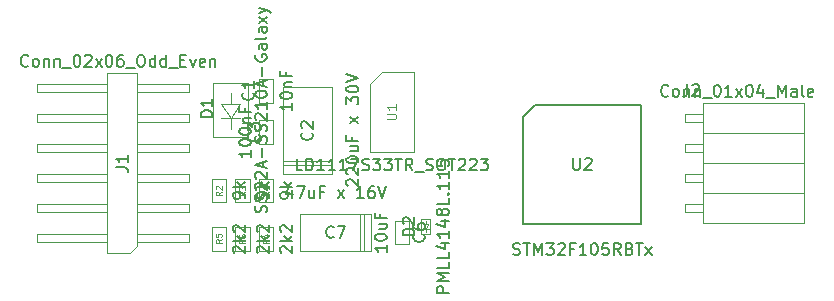
<source format=gbr>
%TF.GenerationSoftware,KiCad,Pcbnew,4.0.7-e2-6376~58~ubuntu16.04.1*%
%TF.CreationDate,2017-12-06T16:05:08+02:00*%
%TF.ProjectId,ecu_emu,6563755F656D752E6B696361645F7063,rev?*%
%TF.FileFunction,Other,Fab,Top*%
%FSLAX46Y46*%
G04 Gerber Fmt 4.6, Leading zero omitted, Abs format (unit mm)*
G04 Created by KiCad (PCBNEW 4.0.7-e2-6376~58~ubuntu16.04.1) date Wed Dec  6 16:05:08 2017*
%MOMM*%
%LPD*%
G01*
G04 APERTURE LIST*
%ADD10C,0.100000*%
%ADD11C,0.150000*%
%ADD12C,0.075000*%
%ADD13C,0.120000*%
G04 APERTURE END LIST*
D10*
X42120000Y-24000000D02*
X40880000Y-24000000D01*
X42120000Y-22000000D02*
X42120000Y-24000000D01*
X40880000Y-22000000D02*
X42120000Y-22000000D01*
X40880000Y-24000000D02*
X40880000Y-22000000D01*
X40880000Y-25500000D02*
X42120000Y-25500000D01*
X40880000Y-27500000D02*
X40880000Y-25500000D01*
X42120000Y-27500000D02*
X40880000Y-27500000D01*
X42120000Y-25500000D02*
X42120000Y-27500000D01*
X52380000Y-34000000D02*
X53620000Y-34000000D01*
X52380000Y-36000000D02*
X52380000Y-34000000D01*
X53620000Y-36000000D02*
X52380000Y-36000000D01*
X53620000Y-34000000D02*
X53620000Y-36000000D01*
X40000000Y-22353000D02*
X40000000Y-26953000D01*
X40000000Y-26953000D02*
X37000000Y-26953000D01*
X37000000Y-22353000D02*
X40000000Y-22353000D01*
X37000000Y-22353000D02*
X37000000Y-26953000D01*
X38501020Y-25302440D02*
X38501020Y-26204140D01*
X38501020Y-24151820D02*
X38501020Y-23153600D01*
X37700920Y-25302440D02*
X39301120Y-25302440D01*
X39250320Y-24151820D02*
X37700920Y-24151820D01*
X38501020Y-25302440D02*
X39250320Y-24151820D01*
X38501020Y-25302440D02*
X37700920Y-24151820D01*
X55400000Y-35150000D02*
X54600000Y-35150000D01*
X55400000Y-33850000D02*
X55400000Y-35150000D01*
X54600000Y-33850000D02*
X55400000Y-33850000D01*
X54600000Y-35150000D02*
X54600000Y-33850000D01*
X55000000Y-34700000D02*
X54775000Y-34300000D01*
X55000000Y-34700000D02*
X55000000Y-34975000D01*
X55225000Y-34300000D02*
X55000000Y-34700000D01*
X54775000Y-34300000D02*
X55225000Y-34300000D01*
X54725000Y-34700000D02*
X55275000Y-34700000D01*
X55000000Y-34300000D02*
X55000000Y-34050000D01*
X29965000Y-36750000D02*
X28060000Y-36750000D01*
X28060000Y-36750000D02*
X28060000Y-21510000D01*
X28060000Y-21510000D02*
X30600000Y-21510000D01*
X30600000Y-21510000D02*
X30600000Y-36115000D01*
X30600000Y-36115000D02*
X29965000Y-36750000D01*
X34960000Y-35800000D02*
X30600000Y-35800000D01*
X34960000Y-35800000D02*
X34960000Y-35160000D01*
X34960000Y-35160000D02*
X30600000Y-35160000D01*
X28060000Y-35800000D02*
X22060000Y-35800000D01*
X22060000Y-35800000D02*
X22060000Y-35160000D01*
X28060000Y-35160000D02*
X22060000Y-35160000D01*
X34960000Y-33260000D02*
X30600000Y-33260000D01*
X34960000Y-33260000D02*
X34960000Y-32620000D01*
X34960000Y-32620000D02*
X30600000Y-32620000D01*
X28060000Y-33260000D02*
X22060000Y-33260000D01*
X22060000Y-33260000D02*
X22060000Y-32620000D01*
X28060000Y-32620000D02*
X22060000Y-32620000D01*
X34960000Y-30720000D02*
X30600000Y-30720000D01*
X34960000Y-30720000D02*
X34960000Y-30080000D01*
X34960000Y-30080000D02*
X30600000Y-30080000D01*
X28060000Y-30720000D02*
X22060000Y-30720000D01*
X22060000Y-30720000D02*
X22060000Y-30080000D01*
X28060000Y-30080000D02*
X22060000Y-30080000D01*
X34960000Y-28180000D02*
X30600000Y-28180000D01*
X34960000Y-28180000D02*
X34960000Y-27540000D01*
X34960000Y-27540000D02*
X30600000Y-27540000D01*
X28060000Y-28180000D02*
X22060000Y-28180000D01*
X22060000Y-28180000D02*
X22060000Y-27540000D01*
X28060000Y-27540000D02*
X22060000Y-27540000D01*
X34960000Y-25640000D02*
X30600000Y-25640000D01*
X34960000Y-25640000D02*
X34960000Y-25000000D01*
X34960000Y-25000000D02*
X30600000Y-25000000D01*
X28060000Y-25640000D02*
X22060000Y-25640000D01*
X22060000Y-25640000D02*
X22060000Y-25000000D01*
X28060000Y-25000000D02*
X22060000Y-25000000D01*
X34960000Y-23100000D02*
X30600000Y-23100000D01*
X34960000Y-23100000D02*
X34960000Y-22460000D01*
X34960000Y-22460000D02*
X30600000Y-22460000D01*
X28060000Y-23100000D02*
X22060000Y-23100000D01*
X22060000Y-23100000D02*
X22060000Y-22460000D01*
X28060000Y-22460000D02*
X22060000Y-22460000D01*
X42120000Y-32450000D02*
X40880000Y-32450000D01*
X42120000Y-30450000D02*
X42120000Y-32450000D01*
X40880000Y-30450000D02*
X42120000Y-30450000D01*
X40880000Y-32450000D02*
X40880000Y-30450000D01*
X38120000Y-32450000D02*
X36880000Y-32450000D01*
X38120000Y-30450000D02*
X38120000Y-32450000D01*
X36880000Y-30450000D02*
X38120000Y-30450000D01*
X36880000Y-32450000D02*
X36880000Y-30450000D01*
X40120000Y-32450000D02*
X38880000Y-32450000D01*
X40120000Y-30450000D02*
X40120000Y-32450000D01*
X38880000Y-30450000D02*
X40120000Y-30450000D01*
X38880000Y-32450000D02*
X38880000Y-30450000D01*
X42120000Y-36550000D02*
X40880000Y-36550000D01*
X42120000Y-34550000D02*
X42120000Y-36550000D01*
X40880000Y-34550000D02*
X42120000Y-34550000D01*
X40880000Y-36550000D02*
X40880000Y-34550000D01*
X38120000Y-36550000D02*
X36880000Y-36550000D01*
X38120000Y-34550000D02*
X38120000Y-36550000D01*
X36880000Y-34550000D02*
X38120000Y-34550000D01*
X36880000Y-36550000D02*
X36880000Y-34550000D01*
X40120000Y-36550000D02*
X38880000Y-36550000D01*
X40120000Y-34550000D02*
X40120000Y-36550000D01*
X38880000Y-34550000D02*
X40120000Y-34550000D01*
X38880000Y-36550000D02*
X38880000Y-34550000D01*
X50300000Y-22450000D02*
X51300000Y-21450000D01*
X50300000Y-22450000D02*
X50300000Y-28150000D01*
X51300000Y-21450000D02*
X54000000Y-21450000D01*
X50300000Y-28150000D02*
X54000000Y-28150000D01*
X54000000Y-21450000D02*
X54000000Y-28150000D01*
D11*
X64250000Y-24250000D02*
X73250000Y-24250000D01*
X73250000Y-24250000D02*
X73250000Y-34250000D01*
X73250000Y-34250000D02*
X63250000Y-34250000D01*
X63250000Y-34250000D02*
X63250000Y-25250000D01*
X63250000Y-25250000D02*
X64250000Y-24250000D01*
D10*
X42900000Y-30025000D02*
X47100000Y-30025000D01*
X47100000Y-30025000D02*
X47100000Y-22725000D01*
X47100000Y-22725000D02*
X42900000Y-22725000D01*
X42900000Y-22725000D02*
X42900000Y-30025000D01*
X42900000Y-29295000D02*
X47100000Y-29295000D01*
X42900000Y-28930000D02*
X47100000Y-28930000D01*
X50375000Y-36600000D02*
X50375000Y-33400000D01*
X50375000Y-33400000D02*
X44375000Y-33400000D01*
X44375000Y-33400000D02*
X44375000Y-36600000D01*
X44375000Y-36600000D02*
X50375000Y-36600000D01*
X49775000Y-36600000D02*
X49775000Y-33400000D01*
X49475000Y-36600000D02*
X49475000Y-33400000D01*
X78520000Y-34210000D02*
X78520000Y-31670000D01*
X78520000Y-31670000D02*
X87030000Y-31670000D01*
X87030000Y-31670000D02*
X87030000Y-34210000D01*
X87030000Y-34210000D02*
X78520000Y-34210000D01*
X77000000Y-33260000D02*
X77000000Y-32620000D01*
X77000000Y-32620000D02*
X78520000Y-32620000D01*
X78520000Y-32620000D02*
X78520000Y-33260000D01*
X78520000Y-33260000D02*
X77000000Y-33260000D01*
X78520000Y-31670000D02*
X78520000Y-29130000D01*
X78520000Y-29130000D02*
X87030000Y-29130000D01*
X87030000Y-29130000D02*
X87030000Y-31670000D01*
X87030000Y-31670000D02*
X78520000Y-31670000D01*
X77000000Y-30720000D02*
X77000000Y-30080000D01*
X77000000Y-30080000D02*
X78520000Y-30080000D01*
X78520000Y-30080000D02*
X78520000Y-30720000D01*
X78520000Y-30720000D02*
X77000000Y-30720000D01*
X78520000Y-29130000D02*
X78520000Y-26590000D01*
X78520000Y-26590000D02*
X87030000Y-26590000D01*
X87030000Y-26590000D02*
X87030000Y-29130000D01*
X87030000Y-29130000D02*
X78520000Y-29130000D01*
X77000000Y-28180000D02*
X77000000Y-27540000D01*
X77000000Y-27540000D02*
X78520000Y-27540000D01*
X78520000Y-27540000D02*
X78520000Y-28180000D01*
X78520000Y-28180000D02*
X77000000Y-28180000D01*
X78520000Y-26590000D02*
X78520000Y-24050000D01*
X78520000Y-24050000D02*
X87030000Y-24050000D01*
X87030000Y-24050000D02*
X87030000Y-26590000D01*
X87030000Y-26590000D02*
X78520000Y-26590000D01*
X77000000Y-25640000D02*
X77000000Y-25000000D01*
X77000000Y-25000000D02*
X78520000Y-25000000D01*
X78520000Y-25000000D02*
X78520000Y-25640000D01*
X78520000Y-25640000D02*
X77000000Y-25640000D01*
D11*
X43702381Y-24071428D02*
X43702381Y-24642857D01*
X43702381Y-24357143D02*
X42702381Y-24357143D01*
X42845238Y-24452381D01*
X42940476Y-24547619D01*
X42988095Y-24642857D01*
X42702381Y-23452381D02*
X42702381Y-23357142D01*
X42750000Y-23261904D01*
X42797619Y-23214285D01*
X42892857Y-23166666D01*
X43083333Y-23119047D01*
X43321429Y-23119047D01*
X43511905Y-23166666D01*
X43607143Y-23214285D01*
X43654762Y-23261904D01*
X43702381Y-23357142D01*
X43702381Y-23452381D01*
X43654762Y-23547619D01*
X43607143Y-23595238D01*
X43511905Y-23642857D01*
X43321429Y-23690476D01*
X43083333Y-23690476D01*
X42892857Y-23642857D01*
X42797619Y-23595238D01*
X42750000Y-23547619D01*
X42702381Y-23452381D01*
X43035714Y-22690476D02*
X43702381Y-22690476D01*
X43130952Y-22690476D02*
X43083333Y-22642857D01*
X43035714Y-22547619D01*
X43035714Y-22404761D01*
X43083333Y-22309523D01*
X43178571Y-22261904D01*
X43702381Y-22261904D01*
X43178571Y-21452380D02*
X43178571Y-21785714D01*
X43702381Y-21785714D02*
X42702381Y-21785714D01*
X42702381Y-21309523D01*
X40357143Y-23166666D02*
X40404762Y-23214285D01*
X40452381Y-23357142D01*
X40452381Y-23452380D01*
X40404762Y-23595238D01*
X40309524Y-23690476D01*
X40214286Y-23738095D01*
X40023810Y-23785714D01*
X39880952Y-23785714D01*
X39690476Y-23738095D01*
X39595238Y-23690476D01*
X39500000Y-23595238D01*
X39452381Y-23452380D01*
X39452381Y-23357142D01*
X39500000Y-23214285D01*
X39547619Y-23166666D01*
X40452381Y-22214285D02*
X40452381Y-22785714D01*
X40452381Y-22500000D02*
X39452381Y-22500000D01*
X39595238Y-22595238D01*
X39690476Y-22690476D01*
X39738095Y-22785714D01*
X40202381Y-28047619D02*
X40202381Y-28619048D01*
X40202381Y-28333334D02*
X39202381Y-28333334D01*
X39345238Y-28428572D01*
X39440476Y-28523810D01*
X39488095Y-28619048D01*
X39202381Y-27428572D02*
X39202381Y-27333333D01*
X39250000Y-27238095D01*
X39297619Y-27190476D01*
X39392857Y-27142857D01*
X39583333Y-27095238D01*
X39821429Y-27095238D01*
X40011905Y-27142857D01*
X40107143Y-27190476D01*
X40154762Y-27238095D01*
X40202381Y-27333333D01*
X40202381Y-27428572D01*
X40154762Y-27523810D01*
X40107143Y-27571429D01*
X40011905Y-27619048D01*
X39821429Y-27666667D01*
X39583333Y-27666667D01*
X39392857Y-27619048D01*
X39297619Y-27571429D01*
X39250000Y-27523810D01*
X39202381Y-27428572D01*
X39202381Y-26476191D02*
X39202381Y-26380952D01*
X39250000Y-26285714D01*
X39297619Y-26238095D01*
X39392857Y-26190476D01*
X39583333Y-26142857D01*
X39821429Y-26142857D01*
X40011905Y-26190476D01*
X40107143Y-26238095D01*
X40154762Y-26285714D01*
X40202381Y-26380952D01*
X40202381Y-26476191D01*
X40154762Y-26571429D01*
X40107143Y-26619048D01*
X40011905Y-26666667D01*
X39821429Y-26714286D01*
X39583333Y-26714286D01*
X39392857Y-26666667D01*
X39297619Y-26619048D01*
X39250000Y-26571429D01*
X39202381Y-26476191D01*
X39535714Y-25714286D02*
X40202381Y-25714286D01*
X39630952Y-25714286D02*
X39583333Y-25666667D01*
X39535714Y-25571429D01*
X39535714Y-25428571D01*
X39583333Y-25333333D01*
X39678571Y-25285714D01*
X40202381Y-25285714D01*
X39678571Y-24476190D02*
X39678571Y-24809524D01*
X40202381Y-24809524D02*
X39202381Y-24809524D01*
X39202381Y-24333333D01*
X40857143Y-26666666D02*
X40904762Y-26714285D01*
X40952381Y-26857142D01*
X40952381Y-26952380D01*
X40904762Y-27095238D01*
X40809524Y-27190476D01*
X40714286Y-27238095D01*
X40523810Y-27285714D01*
X40380952Y-27285714D01*
X40190476Y-27238095D01*
X40095238Y-27190476D01*
X40000000Y-27095238D01*
X39952381Y-26952380D01*
X39952381Y-26857142D01*
X40000000Y-26714285D01*
X40047619Y-26666666D01*
X39952381Y-26333333D02*
X39952381Y-25714285D01*
X40333333Y-26047619D01*
X40333333Y-25904761D01*
X40380952Y-25809523D01*
X40428571Y-25761904D01*
X40523810Y-25714285D01*
X40761905Y-25714285D01*
X40857143Y-25761904D01*
X40904762Y-25809523D01*
X40952381Y-25904761D01*
X40952381Y-26190476D01*
X40904762Y-26285714D01*
X40857143Y-26333333D01*
X51702381Y-36071428D02*
X51702381Y-36642857D01*
X51702381Y-36357143D02*
X50702381Y-36357143D01*
X50845238Y-36452381D01*
X50940476Y-36547619D01*
X50988095Y-36642857D01*
X50702381Y-35452381D02*
X50702381Y-35357142D01*
X50750000Y-35261904D01*
X50797619Y-35214285D01*
X50892857Y-35166666D01*
X51083333Y-35119047D01*
X51321429Y-35119047D01*
X51511905Y-35166666D01*
X51607143Y-35214285D01*
X51654762Y-35261904D01*
X51702381Y-35357142D01*
X51702381Y-35452381D01*
X51654762Y-35547619D01*
X51607143Y-35595238D01*
X51511905Y-35642857D01*
X51321429Y-35690476D01*
X51083333Y-35690476D01*
X50892857Y-35642857D01*
X50797619Y-35595238D01*
X50750000Y-35547619D01*
X50702381Y-35452381D01*
X51035714Y-34261904D02*
X51702381Y-34261904D01*
X51035714Y-34690476D02*
X51559524Y-34690476D01*
X51654762Y-34642857D01*
X51702381Y-34547619D01*
X51702381Y-34404761D01*
X51654762Y-34309523D01*
X51607143Y-34261904D01*
X51178571Y-33452380D02*
X51178571Y-33785714D01*
X51702381Y-33785714D02*
X50702381Y-33785714D01*
X50702381Y-33309523D01*
X54857143Y-35166666D02*
X54904762Y-35214285D01*
X54952381Y-35357142D01*
X54952381Y-35452380D01*
X54904762Y-35595238D01*
X54809524Y-35690476D01*
X54714286Y-35738095D01*
X54523810Y-35785714D01*
X54380952Y-35785714D01*
X54190476Y-35738095D01*
X54095238Y-35690476D01*
X54000000Y-35595238D01*
X53952381Y-35452380D01*
X53952381Y-35357142D01*
X54000000Y-35214285D01*
X54047619Y-35166666D01*
X53952381Y-34309523D02*
X53952381Y-34500000D01*
X54000000Y-34595238D01*
X54047619Y-34642857D01*
X54190476Y-34738095D01*
X54380952Y-34785714D01*
X54761905Y-34785714D01*
X54857143Y-34738095D01*
X54904762Y-34690476D01*
X54952381Y-34595238D01*
X54952381Y-34404761D01*
X54904762Y-34309523D01*
X54857143Y-34261904D01*
X54761905Y-34214285D01*
X54523810Y-34214285D01*
X54428571Y-34261904D01*
X54380952Y-34309523D01*
X54333333Y-34404761D01*
X54333333Y-34595238D01*
X54380952Y-34690476D01*
X54428571Y-34738095D01*
X54523810Y-34785714D01*
X41504762Y-33295858D02*
X41552381Y-33153001D01*
X41552381Y-32914905D01*
X41504762Y-32819667D01*
X41457143Y-32772048D01*
X41361905Y-32724429D01*
X41266667Y-32724429D01*
X41171429Y-32772048D01*
X41123810Y-32819667D01*
X41076190Y-32914905D01*
X41028571Y-33105382D01*
X40980952Y-33200620D01*
X40933333Y-33248239D01*
X40838095Y-33295858D01*
X40742857Y-33295858D01*
X40647619Y-33248239D01*
X40600000Y-33200620D01*
X40552381Y-33105382D01*
X40552381Y-32867286D01*
X40600000Y-32724429D01*
X41504762Y-32343477D02*
X41552381Y-32200620D01*
X41552381Y-31962524D01*
X41504762Y-31867286D01*
X41457143Y-31819667D01*
X41361905Y-31772048D01*
X41266667Y-31772048D01*
X41171429Y-31819667D01*
X41123810Y-31867286D01*
X41076190Y-31962524D01*
X41028571Y-32153001D01*
X40980952Y-32248239D01*
X40933333Y-32295858D01*
X40838095Y-32343477D01*
X40742857Y-32343477D01*
X40647619Y-32295858D01*
X40600000Y-32248239D01*
X40552381Y-32153001D01*
X40552381Y-31914905D01*
X40600000Y-31772048D01*
X40647619Y-31391096D02*
X40600000Y-31343477D01*
X40552381Y-31248239D01*
X40552381Y-31010143D01*
X40600000Y-30914905D01*
X40647619Y-30867286D01*
X40742857Y-30819667D01*
X40838095Y-30819667D01*
X40980952Y-30867286D01*
X41552381Y-31438715D01*
X41552381Y-30819667D01*
X40647619Y-30438715D02*
X40600000Y-30391096D01*
X40552381Y-30295858D01*
X40552381Y-30057762D01*
X40600000Y-29962524D01*
X40647619Y-29914905D01*
X40742857Y-29867286D01*
X40838095Y-29867286D01*
X40980952Y-29914905D01*
X41552381Y-30486334D01*
X41552381Y-29867286D01*
X41266667Y-29486334D02*
X41266667Y-29010143D01*
X41552381Y-29581572D02*
X40552381Y-29248239D01*
X41552381Y-28914905D01*
X41171429Y-28581572D02*
X41171429Y-27819667D01*
X41504762Y-27391096D02*
X41552381Y-27248239D01*
X41552381Y-27010143D01*
X41504762Y-26914905D01*
X41457143Y-26867286D01*
X41361905Y-26819667D01*
X41266667Y-26819667D01*
X41171429Y-26867286D01*
X41123810Y-26914905D01*
X41076190Y-27010143D01*
X41028571Y-27200620D01*
X40980952Y-27295858D01*
X40933333Y-27343477D01*
X40838095Y-27391096D01*
X40742857Y-27391096D01*
X40647619Y-27343477D01*
X40600000Y-27295858D01*
X40552381Y-27200620D01*
X40552381Y-26962524D01*
X40600000Y-26819667D01*
X41504762Y-26438715D02*
X41552381Y-26295858D01*
X41552381Y-26057762D01*
X41504762Y-25962524D01*
X41457143Y-25914905D01*
X41361905Y-25867286D01*
X41266667Y-25867286D01*
X41171429Y-25914905D01*
X41123810Y-25962524D01*
X41076190Y-26057762D01*
X41028571Y-26248239D01*
X40980952Y-26343477D01*
X40933333Y-26391096D01*
X40838095Y-26438715D01*
X40742857Y-26438715D01*
X40647619Y-26391096D01*
X40600000Y-26343477D01*
X40552381Y-26248239D01*
X40552381Y-26010143D01*
X40600000Y-25867286D01*
X40647619Y-25486334D02*
X40600000Y-25438715D01*
X40552381Y-25343477D01*
X40552381Y-25105381D01*
X40600000Y-25010143D01*
X40647619Y-24962524D01*
X40742857Y-24914905D01*
X40838095Y-24914905D01*
X40980952Y-24962524D01*
X41552381Y-25533953D01*
X41552381Y-24914905D01*
X41552381Y-23962524D02*
X41552381Y-24533953D01*
X41552381Y-24248239D02*
X40552381Y-24248239D01*
X40695238Y-24343477D01*
X40790476Y-24438715D01*
X40838095Y-24533953D01*
X40552381Y-23343477D02*
X40552381Y-23248238D01*
X40600000Y-23153000D01*
X40647619Y-23105381D01*
X40742857Y-23057762D01*
X40933333Y-23010143D01*
X41171429Y-23010143D01*
X41361905Y-23057762D01*
X41457143Y-23105381D01*
X41504762Y-23153000D01*
X41552381Y-23248238D01*
X41552381Y-23343477D01*
X41504762Y-23438715D01*
X41457143Y-23486334D01*
X41361905Y-23533953D01*
X41171429Y-23581572D01*
X40933333Y-23581572D01*
X40742857Y-23533953D01*
X40647619Y-23486334D01*
X40600000Y-23438715D01*
X40552381Y-23343477D01*
X41266667Y-22629191D02*
X41266667Y-22153000D01*
X41552381Y-22724429D02*
X40552381Y-22391096D01*
X41552381Y-22057762D01*
X41171429Y-21724429D02*
X41171429Y-20962524D01*
X40600000Y-19962524D02*
X40552381Y-20057762D01*
X40552381Y-20200619D01*
X40600000Y-20343477D01*
X40695238Y-20438715D01*
X40790476Y-20486334D01*
X40980952Y-20533953D01*
X41123810Y-20533953D01*
X41314286Y-20486334D01*
X41409524Y-20438715D01*
X41504762Y-20343477D01*
X41552381Y-20200619D01*
X41552381Y-20105381D01*
X41504762Y-19962524D01*
X41457143Y-19914905D01*
X41123810Y-19914905D01*
X41123810Y-20105381D01*
X41552381Y-19057762D02*
X41028571Y-19057762D01*
X40933333Y-19105381D01*
X40885714Y-19200619D01*
X40885714Y-19391096D01*
X40933333Y-19486334D01*
X41504762Y-19057762D02*
X41552381Y-19153000D01*
X41552381Y-19391096D01*
X41504762Y-19486334D01*
X41409524Y-19533953D01*
X41314286Y-19533953D01*
X41219048Y-19486334D01*
X41171429Y-19391096D01*
X41171429Y-19153000D01*
X41123810Y-19057762D01*
X41552381Y-18438715D02*
X41504762Y-18533953D01*
X41409524Y-18581572D01*
X40552381Y-18581572D01*
X41552381Y-17629190D02*
X41028571Y-17629190D01*
X40933333Y-17676809D01*
X40885714Y-17772047D01*
X40885714Y-17962524D01*
X40933333Y-18057762D01*
X41504762Y-17629190D02*
X41552381Y-17724428D01*
X41552381Y-17962524D01*
X41504762Y-18057762D01*
X41409524Y-18105381D01*
X41314286Y-18105381D01*
X41219048Y-18057762D01*
X41171429Y-17962524D01*
X41171429Y-17724428D01*
X41123810Y-17629190D01*
X41552381Y-17248238D02*
X40885714Y-16724428D01*
X40885714Y-17248238D02*
X41552381Y-16724428D01*
X40885714Y-16438714D02*
X41552381Y-16200619D01*
X40885714Y-15962523D02*
X41552381Y-16200619D01*
X41790476Y-16295857D01*
X41838095Y-16343476D01*
X41885714Y-16438714D01*
X36952381Y-25238095D02*
X35952381Y-25238095D01*
X35952381Y-25000000D01*
X36000000Y-24857142D01*
X36095238Y-24761904D01*
X36190476Y-24714285D01*
X36380952Y-24666666D01*
X36523810Y-24666666D01*
X36714286Y-24714285D01*
X36809524Y-24761904D01*
X36904762Y-24857142D01*
X36952381Y-25000000D01*
X36952381Y-25238095D01*
X36952381Y-23714285D02*
X36952381Y-24285714D01*
X36952381Y-24000000D02*
X35952381Y-24000000D01*
X36095238Y-24095238D01*
X36190476Y-24190476D01*
X36238095Y-24285714D01*
X56952381Y-40119048D02*
X55952381Y-40119048D01*
X55952381Y-39738095D01*
X56000000Y-39642857D01*
X56047619Y-39595238D01*
X56142857Y-39547619D01*
X56285714Y-39547619D01*
X56380952Y-39595238D01*
X56428571Y-39642857D01*
X56476190Y-39738095D01*
X56476190Y-40119048D01*
X56952381Y-39119048D02*
X55952381Y-39119048D01*
X56666667Y-38785714D01*
X55952381Y-38452381D01*
X56952381Y-38452381D01*
X56952381Y-37500000D02*
X56952381Y-37976191D01*
X55952381Y-37976191D01*
X56952381Y-36690476D02*
X56952381Y-37166667D01*
X55952381Y-37166667D01*
X56285714Y-35928571D02*
X56952381Y-35928571D01*
X55904762Y-36166667D02*
X56619048Y-36404762D01*
X56619048Y-35785714D01*
X56952381Y-34880952D02*
X56952381Y-35452381D01*
X56952381Y-35166667D02*
X55952381Y-35166667D01*
X56095238Y-35261905D01*
X56190476Y-35357143D01*
X56238095Y-35452381D01*
X56285714Y-34023809D02*
X56952381Y-34023809D01*
X55904762Y-34261905D02*
X56619048Y-34500000D01*
X56619048Y-33880952D01*
X56380952Y-33357143D02*
X56333333Y-33452381D01*
X56285714Y-33500000D01*
X56190476Y-33547619D01*
X56142857Y-33547619D01*
X56047619Y-33500000D01*
X56000000Y-33452381D01*
X55952381Y-33357143D01*
X55952381Y-33166666D01*
X56000000Y-33071428D01*
X56047619Y-33023809D01*
X56142857Y-32976190D01*
X56190476Y-32976190D01*
X56285714Y-33023809D01*
X56333333Y-33071428D01*
X56380952Y-33166666D01*
X56380952Y-33357143D01*
X56428571Y-33452381D01*
X56476190Y-33500000D01*
X56571429Y-33547619D01*
X56761905Y-33547619D01*
X56857143Y-33500000D01*
X56904762Y-33452381D01*
X56952381Y-33357143D01*
X56952381Y-33166666D01*
X56904762Y-33071428D01*
X56857143Y-33023809D01*
X56761905Y-32976190D01*
X56571429Y-32976190D01*
X56476190Y-33023809D01*
X56428571Y-33071428D01*
X56380952Y-33166666D01*
X56952381Y-32071428D02*
X56952381Y-32547619D01*
X55952381Y-32547619D01*
X56857143Y-31738095D02*
X56904762Y-31690476D01*
X56952381Y-31738095D01*
X56904762Y-31785714D01*
X56857143Y-31738095D01*
X56952381Y-31738095D01*
X56952381Y-30738095D02*
X56952381Y-31309524D01*
X56952381Y-31023810D02*
X55952381Y-31023810D01*
X56095238Y-31119048D01*
X56190476Y-31214286D01*
X56238095Y-31309524D01*
X56952381Y-29785714D02*
X56952381Y-30357143D01*
X56952381Y-30071429D02*
X55952381Y-30071429D01*
X56095238Y-30166667D01*
X56190476Y-30261905D01*
X56238095Y-30357143D01*
X55952381Y-28880952D02*
X55952381Y-29357143D01*
X56428571Y-29404762D01*
X56380952Y-29357143D01*
X56333333Y-29261905D01*
X56333333Y-29023809D01*
X56380952Y-28928571D01*
X56428571Y-28880952D01*
X56523810Y-28833333D01*
X56761905Y-28833333D01*
X56857143Y-28880952D01*
X56904762Y-28928571D01*
X56952381Y-29023809D01*
X56952381Y-29261905D01*
X56904762Y-29357143D01*
X56857143Y-29404762D01*
X54052381Y-35238095D02*
X53052381Y-35238095D01*
X53052381Y-35000000D01*
X53100000Y-34857142D01*
X53195238Y-34761904D01*
X53290476Y-34714285D01*
X53480952Y-34666666D01*
X53623810Y-34666666D01*
X53814286Y-34714285D01*
X53909524Y-34761904D01*
X54004762Y-34857142D01*
X54052381Y-35000000D01*
X54052381Y-35238095D01*
X53147619Y-34285714D02*
X53100000Y-34238095D01*
X53052381Y-34142857D01*
X53052381Y-33904761D01*
X53100000Y-33809523D01*
X53147619Y-33761904D01*
X53242857Y-33714285D01*
X53338095Y-33714285D01*
X53480952Y-33761904D01*
X54052381Y-34333333D01*
X54052381Y-33714285D01*
X21342142Y-20867143D02*
X21294523Y-20914762D01*
X21151666Y-20962381D01*
X21056428Y-20962381D01*
X20913570Y-20914762D01*
X20818332Y-20819524D01*
X20770713Y-20724286D01*
X20723094Y-20533810D01*
X20723094Y-20390952D01*
X20770713Y-20200476D01*
X20818332Y-20105238D01*
X20913570Y-20010000D01*
X21056428Y-19962381D01*
X21151666Y-19962381D01*
X21294523Y-20010000D01*
X21342142Y-20057619D01*
X21913570Y-20962381D02*
X21818332Y-20914762D01*
X21770713Y-20867143D01*
X21723094Y-20771905D01*
X21723094Y-20486190D01*
X21770713Y-20390952D01*
X21818332Y-20343333D01*
X21913570Y-20295714D01*
X22056428Y-20295714D01*
X22151666Y-20343333D01*
X22199285Y-20390952D01*
X22246904Y-20486190D01*
X22246904Y-20771905D01*
X22199285Y-20867143D01*
X22151666Y-20914762D01*
X22056428Y-20962381D01*
X21913570Y-20962381D01*
X22675475Y-20295714D02*
X22675475Y-20962381D01*
X22675475Y-20390952D02*
X22723094Y-20343333D01*
X22818332Y-20295714D01*
X22961190Y-20295714D01*
X23056428Y-20343333D01*
X23104047Y-20438571D01*
X23104047Y-20962381D01*
X23580237Y-20295714D02*
X23580237Y-20962381D01*
X23580237Y-20390952D02*
X23627856Y-20343333D01*
X23723094Y-20295714D01*
X23865952Y-20295714D01*
X23961190Y-20343333D01*
X24008809Y-20438571D01*
X24008809Y-20962381D01*
X24246904Y-21057619D02*
X25008809Y-21057619D01*
X25437380Y-19962381D02*
X25532619Y-19962381D01*
X25627857Y-20010000D01*
X25675476Y-20057619D01*
X25723095Y-20152857D01*
X25770714Y-20343333D01*
X25770714Y-20581429D01*
X25723095Y-20771905D01*
X25675476Y-20867143D01*
X25627857Y-20914762D01*
X25532619Y-20962381D01*
X25437380Y-20962381D01*
X25342142Y-20914762D01*
X25294523Y-20867143D01*
X25246904Y-20771905D01*
X25199285Y-20581429D01*
X25199285Y-20343333D01*
X25246904Y-20152857D01*
X25294523Y-20057619D01*
X25342142Y-20010000D01*
X25437380Y-19962381D01*
X26151666Y-20057619D02*
X26199285Y-20010000D01*
X26294523Y-19962381D01*
X26532619Y-19962381D01*
X26627857Y-20010000D01*
X26675476Y-20057619D01*
X26723095Y-20152857D01*
X26723095Y-20248095D01*
X26675476Y-20390952D01*
X26104047Y-20962381D01*
X26723095Y-20962381D01*
X27056428Y-20962381D02*
X27580238Y-20295714D01*
X27056428Y-20295714D02*
X27580238Y-20962381D01*
X28151666Y-19962381D02*
X28246905Y-19962381D01*
X28342143Y-20010000D01*
X28389762Y-20057619D01*
X28437381Y-20152857D01*
X28485000Y-20343333D01*
X28485000Y-20581429D01*
X28437381Y-20771905D01*
X28389762Y-20867143D01*
X28342143Y-20914762D01*
X28246905Y-20962381D01*
X28151666Y-20962381D01*
X28056428Y-20914762D01*
X28008809Y-20867143D01*
X27961190Y-20771905D01*
X27913571Y-20581429D01*
X27913571Y-20343333D01*
X27961190Y-20152857D01*
X28008809Y-20057619D01*
X28056428Y-20010000D01*
X28151666Y-19962381D01*
X29342143Y-19962381D02*
X29151666Y-19962381D01*
X29056428Y-20010000D01*
X29008809Y-20057619D01*
X28913571Y-20200476D01*
X28865952Y-20390952D01*
X28865952Y-20771905D01*
X28913571Y-20867143D01*
X28961190Y-20914762D01*
X29056428Y-20962381D01*
X29246905Y-20962381D01*
X29342143Y-20914762D01*
X29389762Y-20867143D01*
X29437381Y-20771905D01*
X29437381Y-20533810D01*
X29389762Y-20438571D01*
X29342143Y-20390952D01*
X29246905Y-20343333D01*
X29056428Y-20343333D01*
X28961190Y-20390952D01*
X28913571Y-20438571D01*
X28865952Y-20533810D01*
X29627857Y-21057619D02*
X30389762Y-21057619D01*
X30818333Y-19962381D02*
X31008810Y-19962381D01*
X31104048Y-20010000D01*
X31199286Y-20105238D01*
X31246905Y-20295714D01*
X31246905Y-20629048D01*
X31199286Y-20819524D01*
X31104048Y-20914762D01*
X31008810Y-20962381D01*
X30818333Y-20962381D01*
X30723095Y-20914762D01*
X30627857Y-20819524D01*
X30580238Y-20629048D01*
X30580238Y-20295714D01*
X30627857Y-20105238D01*
X30723095Y-20010000D01*
X30818333Y-19962381D01*
X32104048Y-20962381D02*
X32104048Y-19962381D01*
X32104048Y-20914762D02*
X32008810Y-20962381D01*
X31818333Y-20962381D01*
X31723095Y-20914762D01*
X31675476Y-20867143D01*
X31627857Y-20771905D01*
X31627857Y-20486190D01*
X31675476Y-20390952D01*
X31723095Y-20343333D01*
X31818333Y-20295714D01*
X32008810Y-20295714D01*
X32104048Y-20343333D01*
X33008810Y-20962381D02*
X33008810Y-19962381D01*
X33008810Y-20914762D02*
X32913572Y-20962381D01*
X32723095Y-20962381D01*
X32627857Y-20914762D01*
X32580238Y-20867143D01*
X32532619Y-20771905D01*
X32532619Y-20486190D01*
X32580238Y-20390952D01*
X32627857Y-20343333D01*
X32723095Y-20295714D01*
X32913572Y-20295714D01*
X33008810Y-20343333D01*
X33246905Y-21057619D02*
X34008810Y-21057619D01*
X34246905Y-20438571D02*
X34580239Y-20438571D01*
X34723096Y-20962381D02*
X34246905Y-20962381D01*
X34246905Y-19962381D01*
X34723096Y-19962381D01*
X35056429Y-20295714D02*
X35294524Y-20962381D01*
X35532620Y-20295714D01*
X36294525Y-20914762D02*
X36199287Y-20962381D01*
X36008810Y-20962381D01*
X35913572Y-20914762D01*
X35865953Y-20819524D01*
X35865953Y-20438571D01*
X35913572Y-20343333D01*
X36008810Y-20295714D01*
X36199287Y-20295714D01*
X36294525Y-20343333D01*
X36342144Y-20438571D01*
X36342144Y-20533810D01*
X35865953Y-20629048D01*
X36770715Y-20295714D02*
X36770715Y-20962381D01*
X36770715Y-20390952D02*
X36818334Y-20343333D01*
X36913572Y-20295714D01*
X37056430Y-20295714D01*
X37151668Y-20343333D01*
X37199287Y-20438571D01*
X37199287Y-20962381D01*
X28782381Y-29463333D02*
X29496667Y-29463333D01*
X29639524Y-29510953D01*
X29734762Y-29606191D01*
X29782381Y-29749048D01*
X29782381Y-29844286D01*
X29782381Y-28463333D02*
X29782381Y-29034762D01*
X29782381Y-28749048D02*
X28782381Y-28749048D01*
X28925238Y-28844286D01*
X29020476Y-28939524D01*
X29068095Y-29034762D01*
X43702381Y-32045238D02*
X43702381Y-31854762D01*
X43654762Y-31759523D01*
X43607143Y-31711904D01*
X43464286Y-31616666D01*
X43273810Y-31569047D01*
X42892857Y-31569047D01*
X42797619Y-31616666D01*
X42750000Y-31664285D01*
X42702381Y-31759523D01*
X42702381Y-31950000D01*
X42750000Y-32045238D01*
X42797619Y-32092857D01*
X42892857Y-32140476D01*
X43130952Y-32140476D01*
X43226190Y-32092857D01*
X43273810Y-32045238D01*
X43321429Y-31950000D01*
X43321429Y-31759523D01*
X43273810Y-31664285D01*
X43226190Y-31616666D01*
X43130952Y-31569047D01*
X43702381Y-31140476D02*
X42702381Y-31140476D01*
X43321429Y-31045238D02*
X43702381Y-30759523D01*
X43035714Y-30759523D02*
X43416667Y-31140476D01*
D12*
X41726190Y-31533333D02*
X41488095Y-31700000D01*
X41726190Y-31819047D02*
X41226190Y-31819047D01*
X41226190Y-31628571D01*
X41250000Y-31580952D01*
X41273810Y-31557143D01*
X41321429Y-31533333D01*
X41392857Y-31533333D01*
X41440476Y-31557143D01*
X41464286Y-31580952D01*
X41488095Y-31628571D01*
X41488095Y-31819047D01*
X41726190Y-31057143D02*
X41726190Y-31342857D01*
X41726190Y-31200000D02*
X41226190Y-31200000D01*
X41297619Y-31247619D01*
X41345238Y-31295238D01*
X41369048Y-31342857D01*
D11*
X39702381Y-32045238D02*
X39702381Y-31854762D01*
X39654762Y-31759523D01*
X39607143Y-31711904D01*
X39464286Y-31616666D01*
X39273810Y-31569047D01*
X38892857Y-31569047D01*
X38797619Y-31616666D01*
X38750000Y-31664285D01*
X38702381Y-31759523D01*
X38702381Y-31950000D01*
X38750000Y-32045238D01*
X38797619Y-32092857D01*
X38892857Y-32140476D01*
X39130952Y-32140476D01*
X39226190Y-32092857D01*
X39273810Y-32045238D01*
X39321429Y-31950000D01*
X39321429Y-31759523D01*
X39273810Y-31664285D01*
X39226190Y-31616666D01*
X39130952Y-31569047D01*
X39702381Y-31140476D02*
X38702381Y-31140476D01*
X39321429Y-31045238D02*
X39702381Y-30759523D01*
X39035714Y-30759523D02*
X39416667Y-31140476D01*
D12*
X37726190Y-31533333D02*
X37488095Y-31700000D01*
X37726190Y-31819047D02*
X37226190Y-31819047D01*
X37226190Y-31628571D01*
X37250000Y-31580952D01*
X37273810Y-31557143D01*
X37321429Y-31533333D01*
X37392857Y-31533333D01*
X37440476Y-31557143D01*
X37464286Y-31580952D01*
X37488095Y-31628571D01*
X37488095Y-31819047D01*
X37273810Y-31342857D02*
X37250000Y-31319047D01*
X37226190Y-31271428D01*
X37226190Y-31152381D01*
X37250000Y-31104762D01*
X37273810Y-31080952D01*
X37321429Y-31057143D01*
X37369048Y-31057143D01*
X37440476Y-31080952D01*
X37726190Y-31366666D01*
X37726190Y-31057143D01*
D11*
X41702381Y-32045238D02*
X41702381Y-31854762D01*
X41654762Y-31759523D01*
X41607143Y-31711904D01*
X41464286Y-31616666D01*
X41273810Y-31569047D01*
X40892857Y-31569047D01*
X40797619Y-31616666D01*
X40750000Y-31664285D01*
X40702381Y-31759523D01*
X40702381Y-31950000D01*
X40750000Y-32045238D01*
X40797619Y-32092857D01*
X40892857Y-32140476D01*
X41130952Y-32140476D01*
X41226190Y-32092857D01*
X41273810Y-32045238D01*
X41321429Y-31950000D01*
X41321429Y-31759523D01*
X41273810Y-31664285D01*
X41226190Y-31616666D01*
X41130952Y-31569047D01*
X41702381Y-31140476D02*
X40702381Y-31140476D01*
X41321429Y-31045238D02*
X41702381Y-30759523D01*
X41035714Y-30759523D02*
X41416667Y-31140476D01*
D12*
X39726190Y-31533333D02*
X39488095Y-31700000D01*
X39726190Y-31819047D02*
X39226190Y-31819047D01*
X39226190Y-31628571D01*
X39250000Y-31580952D01*
X39273810Y-31557143D01*
X39321429Y-31533333D01*
X39392857Y-31533333D01*
X39440476Y-31557143D01*
X39464286Y-31580952D01*
X39488095Y-31628571D01*
X39488095Y-31819047D01*
X39226190Y-31366666D02*
X39226190Y-31057143D01*
X39416667Y-31223809D01*
X39416667Y-31152381D01*
X39440476Y-31104762D01*
X39464286Y-31080952D01*
X39511905Y-31057143D01*
X39630952Y-31057143D01*
X39678571Y-31080952D01*
X39702381Y-31104762D01*
X39726190Y-31152381D01*
X39726190Y-31295238D01*
X39702381Y-31342857D01*
X39678571Y-31366666D01*
D11*
X42797619Y-36716667D02*
X42750000Y-36669048D01*
X42702381Y-36573810D01*
X42702381Y-36335714D01*
X42750000Y-36240476D01*
X42797619Y-36192857D01*
X42892857Y-36145238D01*
X42988095Y-36145238D01*
X43130952Y-36192857D01*
X43702381Y-36764286D01*
X43702381Y-36145238D01*
X43702381Y-35716667D02*
X42702381Y-35716667D01*
X43321429Y-35621429D02*
X43702381Y-35335714D01*
X43035714Y-35335714D02*
X43416667Y-35716667D01*
X42797619Y-34954762D02*
X42750000Y-34907143D01*
X42702381Y-34811905D01*
X42702381Y-34573809D01*
X42750000Y-34478571D01*
X42797619Y-34430952D01*
X42892857Y-34383333D01*
X42988095Y-34383333D01*
X43130952Y-34430952D01*
X43702381Y-35002381D01*
X43702381Y-34383333D01*
D12*
X41726190Y-35633333D02*
X41488095Y-35800000D01*
X41726190Y-35919047D02*
X41226190Y-35919047D01*
X41226190Y-35728571D01*
X41250000Y-35680952D01*
X41273810Y-35657143D01*
X41321429Y-35633333D01*
X41392857Y-35633333D01*
X41440476Y-35657143D01*
X41464286Y-35680952D01*
X41488095Y-35728571D01*
X41488095Y-35919047D01*
X41392857Y-35204762D02*
X41726190Y-35204762D01*
X41202381Y-35323809D02*
X41559524Y-35442857D01*
X41559524Y-35133333D01*
D11*
X38797619Y-36716667D02*
X38750000Y-36669048D01*
X38702381Y-36573810D01*
X38702381Y-36335714D01*
X38750000Y-36240476D01*
X38797619Y-36192857D01*
X38892857Y-36145238D01*
X38988095Y-36145238D01*
X39130952Y-36192857D01*
X39702381Y-36764286D01*
X39702381Y-36145238D01*
X39702381Y-35716667D02*
X38702381Y-35716667D01*
X39321429Y-35621429D02*
X39702381Y-35335714D01*
X39035714Y-35335714D02*
X39416667Y-35716667D01*
X38797619Y-34954762D02*
X38750000Y-34907143D01*
X38702381Y-34811905D01*
X38702381Y-34573809D01*
X38750000Y-34478571D01*
X38797619Y-34430952D01*
X38892857Y-34383333D01*
X38988095Y-34383333D01*
X39130952Y-34430952D01*
X39702381Y-35002381D01*
X39702381Y-34383333D01*
D12*
X37726190Y-35583333D02*
X37488095Y-35750000D01*
X37726190Y-35869047D02*
X37226190Y-35869047D01*
X37226190Y-35678571D01*
X37250000Y-35630952D01*
X37273810Y-35607143D01*
X37321429Y-35583333D01*
X37392857Y-35583333D01*
X37440476Y-35607143D01*
X37464286Y-35630952D01*
X37488095Y-35678571D01*
X37488095Y-35869047D01*
X37226190Y-35130952D02*
X37226190Y-35369047D01*
X37464286Y-35392857D01*
X37440476Y-35369047D01*
X37416667Y-35321428D01*
X37416667Y-35202381D01*
X37440476Y-35154762D01*
X37464286Y-35130952D01*
X37511905Y-35107143D01*
X37630952Y-35107143D01*
X37678571Y-35130952D01*
X37702381Y-35154762D01*
X37726190Y-35202381D01*
X37726190Y-35321428D01*
X37702381Y-35369047D01*
X37678571Y-35392857D01*
D11*
X40797619Y-36716667D02*
X40750000Y-36669048D01*
X40702381Y-36573810D01*
X40702381Y-36335714D01*
X40750000Y-36240476D01*
X40797619Y-36192857D01*
X40892857Y-36145238D01*
X40988095Y-36145238D01*
X41130952Y-36192857D01*
X41702381Y-36764286D01*
X41702381Y-36145238D01*
X41702381Y-35716667D02*
X40702381Y-35716667D01*
X41321429Y-35621429D02*
X41702381Y-35335714D01*
X41035714Y-35335714D02*
X41416667Y-35716667D01*
X40797619Y-34954762D02*
X40750000Y-34907143D01*
X40702381Y-34811905D01*
X40702381Y-34573809D01*
X40750000Y-34478571D01*
X40797619Y-34430952D01*
X40892857Y-34383333D01*
X40988095Y-34383333D01*
X41130952Y-34430952D01*
X41702381Y-35002381D01*
X41702381Y-34383333D01*
D12*
X39726190Y-35633333D02*
X39488095Y-35800000D01*
X39726190Y-35919047D02*
X39226190Y-35919047D01*
X39226190Y-35728571D01*
X39250000Y-35680952D01*
X39273810Y-35657143D01*
X39321429Y-35633333D01*
X39392857Y-35633333D01*
X39440476Y-35657143D01*
X39464286Y-35680952D01*
X39488095Y-35728571D01*
X39488095Y-35919047D01*
X39226190Y-35204762D02*
X39226190Y-35300000D01*
X39250000Y-35347619D01*
X39273810Y-35371428D01*
X39345238Y-35419047D01*
X39440476Y-35442857D01*
X39630952Y-35442857D01*
X39678571Y-35419047D01*
X39702381Y-35395238D01*
X39726190Y-35347619D01*
X39726190Y-35252381D01*
X39702381Y-35204762D01*
X39678571Y-35180952D01*
X39630952Y-35157143D01*
X39511905Y-35157143D01*
X39464286Y-35180952D01*
X39440476Y-35204762D01*
X39416667Y-35252381D01*
X39416667Y-35347619D01*
X39440476Y-35395238D01*
X39464286Y-35419047D01*
X39511905Y-35442857D01*
D11*
X44554762Y-29752381D02*
X44078571Y-29752381D01*
X44078571Y-28752381D01*
X44888095Y-29752381D02*
X44888095Y-28752381D01*
X45126190Y-28752381D01*
X45269048Y-28800000D01*
X45364286Y-28895238D01*
X45411905Y-28990476D01*
X45459524Y-29180952D01*
X45459524Y-29323810D01*
X45411905Y-29514286D01*
X45364286Y-29609524D01*
X45269048Y-29704762D01*
X45126190Y-29752381D01*
X44888095Y-29752381D01*
X46411905Y-29752381D02*
X45840476Y-29752381D01*
X46126190Y-29752381D02*
X46126190Y-28752381D01*
X46030952Y-28895238D01*
X45935714Y-28990476D01*
X45840476Y-29038095D01*
X47364286Y-29752381D02*
X46792857Y-29752381D01*
X47078571Y-29752381D02*
X47078571Y-28752381D01*
X46983333Y-28895238D01*
X46888095Y-28990476D01*
X46792857Y-29038095D01*
X48316667Y-29752381D02*
X47745238Y-29752381D01*
X48030952Y-29752381D02*
X48030952Y-28752381D01*
X47935714Y-28895238D01*
X47840476Y-28990476D01*
X47745238Y-29038095D01*
X48650000Y-28752381D02*
X49316667Y-28752381D01*
X48888095Y-29752381D01*
X49650000Y-29704762D02*
X49792857Y-29752381D01*
X50030953Y-29752381D01*
X50126191Y-29704762D01*
X50173810Y-29657143D01*
X50221429Y-29561905D01*
X50221429Y-29466667D01*
X50173810Y-29371429D01*
X50126191Y-29323810D01*
X50030953Y-29276190D01*
X49840476Y-29228571D01*
X49745238Y-29180952D01*
X49697619Y-29133333D01*
X49650000Y-29038095D01*
X49650000Y-28942857D01*
X49697619Y-28847619D01*
X49745238Y-28800000D01*
X49840476Y-28752381D01*
X50078572Y-28752381D01*
X50221429Y-28800000D01*
X50554762Y-28752381D02*
X51173810Y-28752381D01*
X50840476Y-29133333D01*
X50983334Y-29133333D01*
X51078572Y-29180952D01*
X51126191Y-29228571D01*
X51173810Y-29323810D01*
X51173810Y-29561905D01*
X51126191Y-29657143D01*
X51078572Y-29704762D01*
X50983334Y-29752381D01*
X50697619Y-29752381D01*
X50602381Y-29704762D01*
X50554762Y-29657143D01*
X51507143Y-28752381D02*
X52126191Y-28752381D01*
X51792857Y-29133333D01*
X51935715Y-29133333D01*
X52030953Y-29180952D01*
X52078572Y-29228571D01*
X52126191Y-29323810D01*
X52126191Y-29561905D01*
X52078572Y-29657143D01*
X52030953Y-29704762D01*
X51935715Y-29752381D01*
X51650000Y-29752381D01*
X51554762Y-29704762D01*
X51507143Y-29657143D01*
X52411905Y-28752381D02*
X52983334Y-28752381D01*
X52697619Y-29752381D02*
X52697619Y-28752381D01*
X53888096Y-29752381D02*
X53554762Y-29276190D01*
X53316667Y-29752381D02*
X53316667Y-28752381D01*
X53697620Y-28752381D01*
X53792858Y-28800000D01*
X53840477Y-28847619D01*
X53888096Y-28942857D01*
X53888096Y-29085714D01*
X53840477Y-29180952D01*
X53792858Y-29228571D01*
X53697620Y-29276190D01*
X53316667Y-29276190D01*
X54078572Y-29847619D02*
X54840477Y-29847619D01*
X55030953Y-29704762D02*
X55173810Y-29752381D01*
X55411906Y-29752381D01*
X55507144Y-29704762D01*
X55554763Y-29657143D01*
X55602382Y-29561905D01*
X55602382Y-29466667D01*
X55554763Y-29371429D01*
X55507144Y-29323810D01*
X55411906Y-29276190D01*
X55221429Y-29228571D01*
X55126191Y-29180952D01*
X55078572Y-29133333D01*
X55030953Y-29038095D01*
X55030953Y-28942857D01*
X55078572Y-28847619D01*
X55126191Y-28800000D01*
X55221429Y-28752381D01*
X55459525Y-28752381D01*
X55602382Y-28800000D01*
X56221429Y-28752381D02*
X56411906Y-28752381D01*
X56507144Y-28800000D01*
X56602382Y-28895238D01*
X56650001Y-29085714D01*
X56650001Y-29419048D01*
X56602382Y-29609524D01*
X56507144Y-29704762D01*
X56411906Y-29752381D01*
X56221429Y-29752381D01*
X56126191Y-29704762D01*
X56030953Y-29609524D01*
X55983334Y-29419048D01*
X55983334Y-29085714D01*
X56030953Y-28895238D01*
X56126191Y-28800000D01*
X56221429Y-28752381D01*
X56935715Y-28752381D02*
X57507144Y-28752381D01*
X57221429Y-29752381D02*
X57221429Y-28752381D01*
X57792858Y-28847619D02*
X57840477Y-28800000D01*
X57935715Y-28752381D01*
X58173811Y-28752381D01*
X58269049Y-28800000D01*
X58316668Y-28847619D01*
X58364287Y-28942857D01*
X58364287Y-29038095D01*
X58316668Y-29180952D01*
X57745239Y-29752381D01*
X58364287Y-29752381D01*
X58745239Y-28847619D02*
X58792858Y-28800000D01*
X58888096Y-28752381D01*
X59126192Y-28752381D01*
X59221430Y-28800000D01*
X59269049Y-28847619D01*
X59316668Y-28942857D01*
X59316668Y-29038095D01*
X59269049Y-29180952D01*
X58697620Y-29752381D01*
X59316668Y-29752381D01*
X59650001Y-28752381D02*
X60269049Y-28752381D01*
X59935715Y-29133333D01*
X60078573Y-29133333D01*
X60173811Y-29180952D01*
X60221430Y-29228571D01*
X60269049Y-29323810D01*
X60269049Y-29561905D01*
X60221430Y-29657143D01*
X60173811Y-29704762D01*
X60078573Y-29752381D01*
X59792858Y-29752381D01*
X59697620Y-29704762D01*
X59650001Y-29657143D01*
D13*
X51711905Y-25409524D02*
X52359524Y-25409524D01*
X52435714Y-25371429D01*
X52473810Y-25333333D01*
X52511905Y-25257143D01*
X52511905Y-25104762D01*
X52473810Y-25028571D01*
X52435714Y-24990476D01*
X52359524Y-24952381D01*
X51711905Y-24952381D01*
X52511905Y-24152381D02*
X52511905Y-24609524D01*
X52511905Y-24380953D02*
X51711905Y-24380953D01*
X51826190Y-24457143D01*
X51902381Y-24533334D01*
X51940476Y-24609524D01*
D11*
X62416666Y-36854762D02*
X62559523Y-36902381D01*
X62797619Y-36902381D01*
X62892857Y-36854762D01*
X62940476Y-36807143D01*
X62988095Y-36711905D01*
X62988095Y-36616667D01*
X62940476Y-36521429D01*
X62892857Y-36473810D01*
X62797619Y-36426190D01*
X62607142Y-36378571D01*
X62511904Y-36330952D01*
X62464285Y-36283333D01*
X62416666Y-36188095D01*
X62416666Y-36092857D01*
X62464285Y-35997619D01*
X62511904Y-35950000D01*
X62607142Y-35902381D01*
X62845238Y-35902381D01*
X62988095Y-35950000D01*
X63273809Y-35902381D02*
X63845238Y-35902381D01*
X63559523Y-36902381D02*
X63559523Y-35902381D01*
X64178571Y-36902381D02*
X64178571Y-35902381D01*
X64511905Y-36616667D01*
X64845238Y-35902381D01*
X64845238Y-36902381D01*
X65226190Y-35902381D02*
X65845238Y-35902381D01*
X65511904Y-36283333D01*
X65654762Y-36283333D01*
X65750000Y-36330952D01*
X65797619Y-36378571D01*
X65845238Y-36473810D01*
X65845238Y-36711905D01*
X65797619Y-36807143D01*
X65750000Y-36854762D01*
X65654762Y-36902381D01*
X65369047Y-36902381D01*
X65273809Y-36854762D01*
X65226190Y-36807143D01*
X66226190Y-35997619D02*
X66273809Y-35950000D01*
X66369047Y-35902381D01*
X66607143Y-35902381D01*
X66702381Y-35950000D01*
X66750000Y-35997619D01*
X66797619Y-36092857D01*
X66797619Y-36188095D01*
X66750000Y-36330952D01*
X66178571Y-36902381D01*
X66797619Y-36902381D01*
X67559524Y-36378571D02*
X67226190Y-36378571D01*
X67226190Y-36902381D02*
X67226190Y-35902381D01*
X67702381Y-35902381D01*
X68607143Y-36902381D02*
X68035714Y-36902381D01*
X68321428Y-36902381D02*
X68321428Y-35902381D01*
X68226190Y-36045238D01*
X68130952Y-36140476D01*
X68035714Y-36188095D01*
X69226190Y-35902381D02*
X69321429Y-35902381D01*
X69416667Y-35950000D01*
X69464286Y-35997619D01*
X69511905Y-36092857D01*
X69559524Y-36283333D01*
X69559524Y-36521429D01*
X69511905Y-36711905D01*
X69464286Y-36807143D01*
X69416667Y-36854762D01*
X69321429Y-36902381D01*
X69226190Y-36902381D01*
X69130952Y-36854762D01*
X69083333Y-36807143D01*
X69035714Y-36711905D01*
X68988095Y-36521429D01*
X68988095Y-36283333D01*
X69035714Y-36092857D01*
X69083333Y-35997619D01*
X69130952Y-35950000D01*
X69226190Y-35902381D01*
X70464286Y-35902381D02*
X69988095Y-35902381D01*
X69940476Y-36378571D01*
X69988095Y-36330952D01*
X70083333Y-36283333D01*
X70321429Y-36283333D01*
X70416667Y-36330952D01*
X70464286Y-36378571D01*
X70511905Y-36473810D01*
X70511905Y-36711905D01*
X70464286Y-36807143D01*
X70416667Y-36854762D01*
X70321429Y-36902381D01*
X70083333Y-36902381D01*
X69988095Y-36854762D01*
X69940476Y-36807143D01*
X71511905Y-36902381D02*
X71178571Y-36426190D01*
X70940476Y-36902381D02*
X70940476Y-35902381D01*
X71321429Y-35902381D01*
X71416667Y-35950000D01*
X71464286Y-35997619D01*
X71511905Y-36092857D01*
X71511905Y-36235714D01*
X71464286Y-36330952D01*
X71416667Y-36378571D01*
X71321429Y-36426190D01*
X70940476Y-36426190D01*
X72273810Y-36378571D02*
X72416667Y-36426190D01*
X72464286Y-36473810D01*
X72511905Y-36569048D01*
X72511905Y-36711905D01*
X72464286Y-36807143D01*
X72416667Y-36854762D01*
X72321429Y-36902381D01*
X71940476Y-36902381D01*
X71940476Y-35902381D01*
X72273810Y-35902381D01*
X72369048Y-35950000D01*
X72416667Y-35997619D01*
X72464286Y-36092857D01*
X72464286Y-36188095D01*
X72416667Y-36283333D01*
X72369048Y-36330952D01*
X72273810Y-36378571D01*
X71940476Y-36378571D01*
X72797619Y-35902381D02*
X73369048Y-35902381D01*
X73083333Y-36902381D02*
X73083333Y-35902381D01*
X73607143Y-36902381D02*
X74130953Y-36235714D01*
X73607143Y-36235714D02*
X74130953Y-36902381D01*
X67488095Y-28702381D02*
X67488095Y-29511905D01*
X67535714Y-29607143D01*
X67583333Y-29654762D01*
X67678571Y-29702381D01*
X67869048Y-29702381D01*
X67964286Y-29654762D01*
X68011905Y-29607143D01*
X68059524Y-29511905D01*
X68059524Y-28702381D01*
X68488095Y-28797619D02*
X68535714Y-28750000D01*
X68630952Y-28702381D01*
X68869048Y-28702381D01*
X68964286Y-28750000D01*
X69011905Y-28797619D01*
X69059524Y-28892857D01*
X69059524Y-28988095D01*
X69011905Y-29130952D01*
X68440476Y-29702381D01*
X69059524Y-29702381D01*
X48397619Y-31041667D02*
X48350000Y-30994048D01*
X48302381Y-30898810D01*
X48302381Y-30660714D01*
X48350000Y-30565476D01*
X48397619Y-30517857D01*
X48492857Y-30470238D01*
X48588095Y-30470238D01*
X48730952Y-30517857D01*
X49302381Y-31089286D01*
X49302381Y-30470238D01*
X48397619Y-30089286D02*
X48350000Y-30041667D01*
X48302381Y-29946429D01*
X48302381Y-29708333D01*
X48350000Y-29613095D01*
X48397619Y-29565476D01*
X48492857Y-29517857D01*
X48588095Y-29517857D01*
X48730952Y-29565476D01*
X49302381Y-30136905D01*
X49302381Y-29517857D01*
X48302381Y-28898810D02*
X48302381Y-28803571D01*
X48350000Y-28708333D01*
X48397619Y-28660714D01*
X48492857Y-28613095D01*
X48683333Y-28565476D01*
X48921429Y-28565476D01*
X49111905Y-28613095D01*
X49207143Y-28660714D01*
X49254762Y-28708333D01*
X49302381Y-28803571D01*
X49302381Y-28898810D01*
X49254762Y-28994048D01*
X49207143Y-29041667D01*
X49111905Y-29089286D01*
X48921429Y-29136905D01*
X48683333Y-29136905D01*
X48492857Y-29089286D01*
X48397619Y-29041667D01*
X48350000Y-28994048D01*
X48302381Y-28898810D01*
X48635714Y-27708333D02*
X49302381Y-27708333D01*
X48635714Y-28136905D02*
X49159524Y-28136905D01*
X49254762Y-28089286D01*
X49302381Y-27994048D01*
X49302381Y-27851190D01*
X49254762Y-27755952D01*
X49207143Y-27708333D01*
X48778571Y-26898809D02*
X48778571Y-27232143D01*
X49302381Y-27232143D02*
X48302381Y-27232143D01*
X48302381Y-26755952D01*
X49302381Y-25708333D02*
X48635714Y-25184523D01*
X48635714Y-25708333D02*
X49302381Y-25184523D01*
X48302381Y-24136904D02*
X48302381Y-23517856D01*
X48683333Y-23851190D01*
X48683333Y-23708332D01*
X48730952Y-23613094D01*
X48778571Y-23565475D01*
X48873810Y-23517856D01*
X49111905Y-23517856D01*
X49207143Y-23565475D01*
X49254762Y-23613094D01*
X49302381Y-23708332D01*
X49302381Y-23994047D01*
X49254762Y-24089285D01*
X49207143Y-24136904D01*
X48302381Y-22898809D02*
X48302381Y-22803570D01*
X48350000Y-22708332D01*
X48397619Y-22660713D01*
X48492857Y-22613094D01*
X48683333Y-22565475D01*
X48921429Y-22565475D01*
X49111905Y-22613094D01*
X49207143Y-22660713D01*
X49254762Y-22708332D01*
X49302381Y-22803570D01*
X49302381Y-22898809D01*
X49254762Y-22994047D01*
X49207143Y-23041666D01*
X49111905Y-23089285D01*
X48921429Y-23136904D01*
X48683333Y-23136904D01*
X48492857Y-23089285D01*
X48397619Y-23041666D01*
X48350000Y-22994047D01*
X48302381Y-22898809D01*
X48302381Y-22279761D02*
X49302381Y-21946428D01*
X48302381Y-21613094D01*
X45357143Y-26541666D02*
X45404762Y-26589285D01*
X45452381Y-26732142D01*
X45452381Y-26827380D01*
X45404762Y-26970238D01*
X45309524Y-27065476D01*
X45214286Y-27113095D01*
X45023810Y-27160714D01*
X44880952Y-27160714D01*
X44690476Y-27113095D01*
X44595238Y-27065476D01*
X44500000Y-26970238D01*
X44452381Y-26827380D01*
X44452381Y-26732142D01*
X44500000Y-26589285D01*
X44547619Y-26541666D01*
X44547619Y-26160714D02*
X44500000Y-26113095D01*
X44452381Y-26017857D01*
X44452381Y-25779761D01*
X44500000Y-25684523D01*
X44547619Y-25636904D01*
X44642857Y-25589285D01*
X44738095Y-25589285D01*
X44880952Y-25636904D01*
X45452381Y-26208333D01*
X45452381Y-25589285D01*
X43660714Y-31435714D02*
X43660714Y-32102381D01*
X43422618Y-31054762D02*
X43184523Y-31769048D01*
X43803571Y-31769048D01*
X44089285Y-31102381D02*
X44755952Y-31102381D01*
X44327380Y-32102381D01*
X45565476Y-31435714D02*
X45565476Y-32102381D01*
X45136904Y-31435714D02*
X45136904Y-31959524D01*
X45184523Y-32054762D01*
X45279761Y-32102381D01*
X45422619Y-32102381D01*
X45517857Y-32054762D01*
X45565476Y-32007143D01*
X46375000Y-31578571D02*
X46041666Y-31578571D01*
X46041666Y-32102381D02*
X46041666Y-31102381D01*
X46517857Y-31102381D01*
X47565476Y-32102381D02*
X48089286Y-31435714D01*
X47565476Y-31435714D02*
X48089286Y-32102381D01*
X49755953Y-32102381D02*
X49184524Y-32102381D01*
X49470238Y-32102381D02*
X49470238Y-31102381D01*
X49375000Y-31245238D01*
X49279762Y-31340476D01*
X49184524Y-31388095D01*
X50613096Y-31102381D02*
X50422619Y-31102381D01*
X50327381Y-31150000D01*
X50279762Y-31197619D01*
X50184524Y-31340476D01*
X50136905Y-31530952D01*
X50136905Y-31911905D01*
X50184524Y-32007143D01*
X50232143Y-32054762D01*
X50327381Y-32102381D01*
X50517858Y-32102381D01*
X50613096Y-32054762D01*
X50660715Y-32007143D01*
X50708334Y-31911905D01*
X50708334Y-31673810D01*
X50660715Y-31578571D01*
X50613096Y-31530952D01*
X50517858Y-31483333D01*
X50327381Y-31483333D01*
X50232143Y-31530952D01*
X50184524Y-31578571D01*
X50136905Y-31673810D01*
X50994048Y-31102381D02*
X51327381Y-32102381D01*
X51660715Y-31102381D01*
X47208334Y-35357143D02*
X47160715Y-35404762D01*
X47017858Y-35452381D01*
X46922620Y-35452381D01*
X46779762Y-35404762D01*
X46684524Y-35309524D01*
X46636905Y-35214286D01*
X46589286Y-35023810D01*
X46589286Y-34880952D01*
X46636905Y-34690476D01*
X46684524Y-34595238D01*
X46779762Y-34500000D01*
X46922620Y-34452381D01*
X47017858Y-34452381D01*
X47160715Y-34500000D01*
X47208334Y-34547619D01*
X47541667Y-34452381D02*
X48208334Y-34452381D01*
X47779762Y-35452381D01*
X75546666Y-23407143D02*
X75499047Y-23454762D01*
X75356190Y-23502381D01*
X75260952Y-23502381D01*
X75118094Y-23454762D01*
X75022856Y-23359524D01*
X74975237Y-23264286D01*
X74927618Y-23073810D01*
X74927618Y-22930952D01*
X74975237Y-22740476D01*
X75022856Y-22645238D01*
X75118094Y-22550000D01*
X75260952Y-22502381D01*
X75356190Y-22502381D01*
X75499047Y-22550000D01*
X75546666Y-22597619D01*
X76118094Y-23502381D02*
X76022856Y-23454762D01*
X75975237Y-23407143D01*
X75927618Y-23311905D01*
X75927618Y-23026190D01*
X75975237Y-22930952D01*
X76022856Y-22883333D01*
X76118094Y-22835714D01*
X76260952Y-22835714D01*
X76356190Y-22883333D01*
X76403809Y-22930952D01*
X76451428Y-23026190D01*
X76451428Y-23311905D01*
X76403809Y-23407143D01*
X76356190Y-23454762D01*
X76260952Y-23502381D01*
X76118094Y-23502381D01*
X76879999Y-22835714D02*
X76879999Y-23502381D01*
X76879999Y-22930952D02*
X76927618Y-22883333D01*
X77022856Y-22835714D01*
X77165714Y-22835714D01*
X77260952Y-22883333D01*
X77308571Y-22978571D01*
X77308571Y-23502381D01*
X77784761Y-22835714D02*
X77784761Y-23502381D01*
X77784761Y-22930952D02*
X77832380Y-22883333D01*
X77927618Y-22835714D01*
X78070476Y-22835714D01*
X78165714Y-22883333D01*
X78213333Y-22978571D01*
X78213333Y-23502381D01*
X78451428Y-23597619D02*
X79213333Y-23597619D01*
X79641904Y-22502381D02*
X79737143Y-22502381D01*
X79832381Y-22550000D01*
X79880000Y-22597619D01*
X79927619Y-22692857D01*
X79975238Y-22883333D01*
X79975238Y-23121429D01*
X79927619Y-23311905D01*
X79880000Y-23407143D01*
X79832381Y-23454762D01*
X79737143Y-23502381D01*
X79641904Y-23502381D01*
X79546666Y-23454762D01*
X79499047Y-23407143D01*
X79451428Y-23311905D01*
X79403809Y-23121429D01*
X79403809Y-22883333D01*
X79451428Y-22692857D01*
X79499047Y-22597619D01*
X79546666Y-22550000D01*
X79641904Y-22502381D01*
X80927619Y-23502381D02*
X80356190Y-23502381D01*
X80641904Y-23502381D02*
X80641904Y-22502381D01*
X80546666Y-22645238D01*
X80451428Y-22740476D01*
X80356190Y-22788095D01*
X81260952Y-23502381D02*
X81784762Y-22835714D01*
X81260952Y-22835714D02*
X81784762Y-23502381D01*
X82356190Y-22502381D02*
X82451429Y-22502381D01*
X82546667Y-22550000D01*
X82594286Y-22597619D01*
X82641905Y-22692857D01*
X82689524Y-22883333D01*
X82689524Y-23121429D01*
X82641905Y-23311905D01*
X82594286Y-23407143D01*
X82546667Y-23454762D01*
X82451429Y-23502381D01*
X82356190Y-23502381D01*
X82260952Y-23454762D01*
X82213333Y-23407143D01*
X82165714Y-23311905D01*
X82118095Y-23121429D01*
X82118095Y-22883333D01*
X82165714Y-22692857D01*
X82213333Y-22597619D01*
X82260952Y-22550000D01*
X82356190Y-22502381D01*
X83546667Y-22835714D02*
X83546667Y-23502381D01*
X83308571Y-22454762D02*
X83070476Y-23169048D01*
X83689524Y-23169048D01*
X83832381Y-23597619D02*
X84594286Y-23597619D01*
X84832381Y-23502381D02*
X84832381Y-22502381D01*
X85165715Y-23216667D01*
X85499048Y-22502381D01*
X85499048Y-23502381D01*
X86403810Y-23502381D02*
X86403810Y-22978571D01*
X86356191Y-22883333D01*
X86260953Y-22835714D01*
X86070476Y-22835714D01*
X85975238Y-22883333D01*
X86403810Y-23454762D02*
X86308572Y-23502381D01*
X86070476Y-23502381D01*
X85975238Y-23454762D01*
X85927619Y-23359524D01*
X85927619Y-23264286D01*
X85975238Y-23169048D01*
X86070476Y-23121429D01*
X86308572Y-23121429D01*
X86403810Y-23073810D01*
X87022857Y-23502381D02*
X86927619Y-23454762D01*
X86880000Y-23359524D01*
X86880000Y-22502381D01*
X87784763Y-23454762D02*
X87689525Y-23502381D01*
X87499048Y-23502381D01*
X87403810Y-23454762D01*
X87356191Y-23359524D01*
X87356191Y-22978571D01*
X87403810Y-22883333D01*
X87499048Y-22835714D01*
X87689525Y-22835714D01*
X87784763Y-22883333D01*
X87832382Y-22978571D01*
X87832382Y-23073810D01*
X87356191Y-23169048D01*
X77166667Y-22452381D02*
X77166667Y-23166667D01*
X77119047Y-23309524D01*
X77023809Y-23404762D01*
X76880952Y-23452381D01*
X76785714Y-23452381D01*
X77595238Y-22547619D02*
X77642857Y-22500000D01*
X77738095Y-22452381D01*
X77976191Y-22452381D01*
X78071429Y-22500000D01*
X78119048Y-22547619D01*
X78166667Y-22642857D01*
X78166667Y-22738095D01*
X78119048Y-22880952D01*
X77547619Y-23452381D01*
X78166667Y-23452381D01*
M02*

</source>
